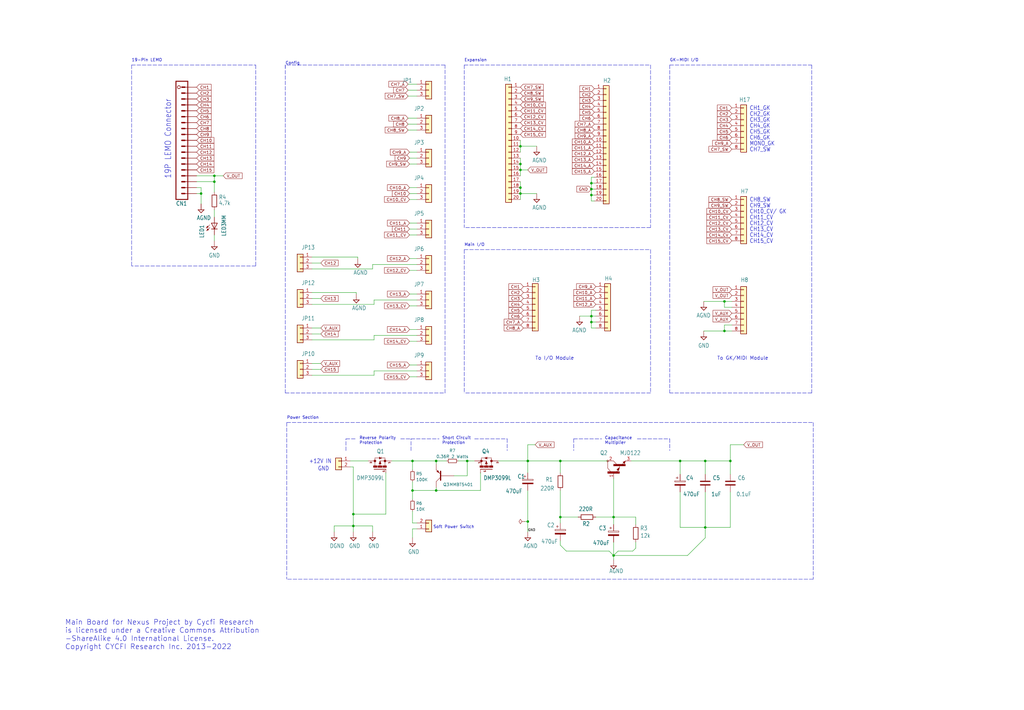
<source format=kicad_sch>
(kicad_sch (version 20211123) (generator eeschema)
  (paper "User" 439.826 305.206)
  (title_block (title "Nexus Main Board") (date "2023-03-05") (rev "2.6") (company "Document Number: 2022011"))
  (lib_symbols
    (symbol "Connector_Generic:Conn_01x02" (pin_names (offset 1.016) hide)
      (property "Reference" "J" (at 0 2.54 0))
      (property "Value" "Conn_01x02" (at 0 -5.08 0))
      (symbol "Conn_01x02_1_1"
        (pin passive line (at -5.08 0 0) (length 3.81) (name "Pin_1") (number "1"))
        (pin passive line (at -5.08 -2.54 0) (length 3.81) (name "Pin_2") (number "2"))
      )
    )
    (symbol "Connector_Generic:Conn_01x03" (pin_names (offset 1.016) hide)
      (property "Reference" "J" (at 0 5.08 0))
      (property "Value" "Conn_01x03" (at 0 -5.08 0))
      (symbol "Conn_01x03_1_1"
        (pin passive line (at -5.08 2.54 0) (length 3.81) (name "Pin_1") (number "1"))
        (pin passive line (at -5.08 0 0) (length 3.81) (name "Pin_2") (number "2"))
        (pin passive line (at -5.08 -2.54 0) (length 3.81) (name "Pin_3") (number "3"))
      )
    )
    (symbol "Connector_Generic:Conn_01x08" (pin_names (offset 1.016) hide)
      (property "Reference" "J" (at 0 10.16 0))
      (property "Value" "Conn_01x08" (at 0 -12.7 0))
      (symbol "Conn_01x08_1_1"
        (pin passive line (at -5.08 7.62 0) (length 3.81) (name "Pin_1") (number "1"))
        (pin passive line (at -5.08 5.08 0) (length 3.81) (name "Pin_2") (number "2"))
        (pin passive line (at -5.08 2.54 0) (length 3.81) (name "Pin_3") (number "3"))
        (pin passive line (at -5.08 0 0) (length 3.81) (name "Pin_4") (number "4"))
        (pin passive line (at -5.08 -2.54 0) (length 3.81) (name "Pin_5") (number "5"))
        (pin passive line (at -5.08 -5.08 0) (length 3.81) (name "Pin_6") (number "6"))
        (pin passive line (at -5.08 -7.62 0) (length 3.81) (name "Pin_7") (number "7"))
        (pin passive line (at -5.08 -10.16 0) (length 3.81) (name "Pin_8") (number "8"))
      )
    )
    (symbol "Connector_Generic:Conn_01x20" (pin_names (offset 1.016) hide)
      (property "Reference" "J" (at 0 25.4 0))
      (property "Value" "Conn_01x20" (at 0 -27.94 0))
      (symbol "Conn_01x20_1_1"
        (pin passive line (at -5.08 22.86 0) (length 3.81) (name "Pin_1") (number "1"))
        (pin passive line (at -5.08 0 0) (length 3.81) (name "Pin_10") (number "10"))
        (pin passive line (at -5.08 -2.54 0) (length 3.81) (name "Pin_11") (number "11"))
        (pin passive line (at -5.08 -5.08 0) (length 3.81) (name "Pin_12") (number "12"))
        (pin passive line (at -5.08 -7.62 0) (length 3.81) (name "Pin_13") (number "13"))
        (pin passive line (at -5.08 -10.16 0) (length 3.81) (name "Pin_14") (number "14"))
        (pin passive line (at -5.08 -12.7 0) (length 3.81) (name "Pin_15") (number "15"))
        (pin passive line (at -5.08 -15.24 0) (length 3.81) (name "Pin_16") (number "16"))
        (pin passive line (at -5.08 -17.78 0) (length 3.81) (name "Pin_17") (number "17"))
        (pin passive line (at -5.08 -20.32 0) (length 3.81) (name "Pin_18") (number "18"))
        (pin passive line (at -5.08 -22.86 0) (length 3.81) (name "Pin_19") (number "19"))
        (pin passive line (at -5.08 20.32 0) (length 3.81) (name "Pin_2") (number "2"))
        (pin passive line (at -5.08 -25.4 0) (length 3.81) (name "Pin_20") (number "20"))
        (pin passive line (at -5.08 17.78 0) (length 3.81) (name "Pin_3") (number "3"))
        (pin passive line (at -5.08 15.24 0) (length 3.81) (name "Pin_4") (number "4"))
        (pin passive line (at -5.08 12.7 0) (length 3.81) (name "Pin_5") (number "5"))
        (pin passive line (at -5.08 10.16 0) (length 3.81) (name "Pin_6") (number "6"))
        (pin passive line (at -5.08 7.62 0) (length 3.81) (name "Pin_7") (number "7"))
        (pin passive line (at -5.08 5.08 0) (length 3.81) (name "Pin_8") (number "8"))
        (pin passive line (at -5.08 2.54 0) (length 3.81) (name "Pin_9") (number "9"))
      )
    )
    (symbol "Device:C" (pin_numbers hide) (pin_names (offset 0.254))
      (property "Reference" "C" (at 0.635 2.54 0))
      (property "Value" "C" (at 0.635 -2.54 0))
      (symbol "C_1_1"
        (pin passive line (at 0 3.81 270) (length 2.794) (name "~") (number "1"))
        (pin passive line (at 0 -3.81 90) (length 2.794) (name "~") (number "2"))
      )
    )
    (symbol "Device:C_Polarized" (pin_numbers hide) (pin_names (offset 0.254))
      (property "Reference" "C" (at 0.635 2.54 0))
      (property "Value" "C_Polarized" (at 0.635 -2.54 0))
      (symbol "C_Polarized_1_1"
        (pin passive line (at 0 3.81 270) (length 2.794) (name "~") (number "1"))
        (pin passive line (at 0 -3.81 90) (length 2.794) (name "~") (number "2"))
      )
    )
    (symbol "Device:Q_PNP_BEC" (pin_names (offset 0) hide)
      (property "Reference" "Q2" (at -3.175 3.81 0))
      (property "Value" "MMBT5401" (at -13.335 3.81 0))
      (symbol "Q_PNP_BEC_1_1"
        (pin input line (at -5.08 0 0) (length 5.715) (name "B") (number "1"))
        (pin passive line (at 2.54 -5.08 90) (length 2.54) (name "E") (number "2"))
        (pin passive line (at 2.54 5.08 270) (length 2.54) (name "C") (number "3"))
      )
    )
    (symbol "Device:R" (pin_numbers hide) (pin_names (offset 0))
      (property "Reference" "R" (at 2.032 0 90))
      (property "Value" "R" (at 0 0 90))
      (symbol "R_1_1"
        (pin passive line (at 0 3.81 270) (length 1.27) (name "~") (number "1"))
        (pin passive line (at 0 -3.81 90) (length 1.27) (name "~") (number "2"))
      )
    )
    (symbol "Device:R_Small" (pin_numbers hide) (pin_names (offset 0.254) hide)
      (property "Reference" "R" (at 0.762 0.508 0))
      (property "Value" "R_Small" (at 0.762 -1.016 0))
      (symbol "R_Small_1_1"
        (pin passive line (at 0 2.54 270) (length 0.762) (name "~") (number "1"))
        (pin passive line (at 0 -2.54 90) (length 0.762) (name "~") (number "2"))
      )
    )
    (symbol "main_board-eagle-import:19PIN_LEMO"
      (property "Value" "19PIN_LEMO" (at -1.27 -29.21 0))
      (symbol "19PIN_LEMO_1_0"
        (pin passive line (at 7.62 -24.13 180) (length 5.08) (name "1") (number "P$1"))
        (pin passive line (at 7.62 -1.27 180) (length 5.08) (name "10") (number "P$10"))
        (pin passive line (at 7.62 1.27 180) (length 5.08) (name "11") (number "P$11"))
        (pin passive line (at 7.62 3.81 180) (length 5.08) (name "12") (number "P$12"))
        (pin passive line (at 7.62 6.35 180) (length 5.08) (name "13") (number "P$13"))
        (pin passive line (at 7.62 8.89 180) (length 5.08) (name "14") (number "P$14"))
        (pin passive line (at 7.62 11.43 180) (length 5.08) (name "15") (number "P$15"))
        (pin passive line (at 7.62 13.97 180) (length 5.08) (name "16") (number "P$16"))
        (pin passive line (at 7.62 16.51 180) (length 5.08) (name "17") (number "P$17"))
        (pin passive line (at 7.62 19.05 180) (length 5.08) (name "18") (number "P$18"))
        (pin passive line (at 7.62 21.59 180) (length 5.08) (name "19") (number "P$19"))
        (pin passive line (at 7.62 -21.59 180) (length 5.08) (name "2") (number "P$2"))
        (pin passive line (at 7.62 -19.05 180) (length 5.08) (name "3") (number "P$3"))
        (pin passive line (at 7.62 -16.51 180) (length 5.08) (name "4") (number "P$4"))
        (pin passive line (at 7.62 -13.97 180) (length 5.08) (name "5") (number "P$5"))
        (pin passive line (at 7.62 -11.43 180) (length 5.08) (name "6") (number "P$6"))
        (pin passive line (at 7.62 -8.89 180) (length 5.08) (name "7") (number "P$7"))
        (pin passive line (at 7.62 -6.35 180) (length 5.08) (name "8") (number "P$8"))
        (pin passive line (at 7.62 -3.81 180) (length 5.08) (name "9") (number "P$9"))
      )
    )
    (symbol "main_board-eagle-import:GND" (power)
      (property "Value" "GND" (at -1.905 -3.175 0))
      (symbol "GND_1_0"
        (pin power_in line (at 0 2.54 270) (length 2.54) (name "GND") (number "1"))
      )
    )
    (symbol "main_board-eagle-import:LED3MM"
      (property "Reference" "LED" (at 3.556 -4.572 90))
      (property "Value" "LED3MM" (at 5.715 -4.572 90))
      (symbol "LED3MM_1_0"
        (pin passive line (at 0 2.54 270) (length 2.54) (name "A") (number "A"))
        (pin passive line (at 0 -5.08 90) (length 2.54) (name "C") (number "K"))
      )
    )
    (symbol "main_board-eagle-import:P_MOSFET"
      (property "Value" "P_MOSFET" (at 3.81 0 0))
      (symbol "P_MOSFET_1_0"
        (text "D" (at -1.143 4.318 0) (effects (font (size 0.8128 0.6908)) (justify left top)))
        (text "G" (at -4.826 -1.143 0) (effects (font (size 0.8128 0.6908)) (justify left top)))
        (text "S" (at -1.143 -3.556 0) (effects (font (size 0.8128 0.6908)) (justify left top)))
        (pin passive line (at -5.08 -2.54 0) (length 0) (name "G") (number "1"))
        (pin passive line (at 0 -5.08 90) (length 2.54) (name "S") (number "2"))
        (pin passive line (at 0 5.08 270) (length 2.54) (name "D") (number "3"))
      )
    )
    (symbol "main_board-eagle-import:TIP122"
      (property "Value" "TIP122" (at -6.604 5.08 0))
      (symbol "TIP122_1_0"
        (pin passive line (at -5.08 0 0) (length 2.54) (name "B") (number "1"))
        (pin passive line (at 2.54 2.54 270) (length 2.54) (name "C") (number "2"))
        (pin passive line (at 2.54 -7.62 90) (length 2.54) (name "E") (number "3"))
      )
    )
    (symbol "power:PWR_FLAG" (power) (pin_numbers hide) (pin_names (offset 0) hide)
      (property "Value" "PWR_FLAG" (at 0 3.81 0))
      (symbol "PWR_FLAG_0_0"
        (pin power_out line (at 0 0 90) (length 0) (name "pwr") (number "1"))
      )
    )
  )
  (junction (at 92.075 78.105))
  (junction (at 263.525 222.25))
  (junction (at 254 83.82))
  (junction (at 311.15 142.24))
  (junction (at 151.765 220.98))
  (junction (at 226.695 224.155))
  (junction (at 254 135.89))
  (junction (at 240.665 198.12))
  (junction (at 177.165 198.12))
  (junction (at 313.69 198.12))
  (junction (at 223.52 83.185))
  (junction (at 302.895 198.12))
  (junction (at 254 78.74))
  (junction (at 200.66 198.12))
  (junction (at 254 81.28))
  (junction (at 151.765 226.06))
  (junction (at 177.165 210.82))
  (junction (at 187.325 210.82))
  (junction (at 292.1 198.12))
  (junction (at 311.15 129.54))
  (junction (at 240.665 222.25))
  (junction (at 223.52 80.645))
  (junction (at 223.52 70.485))
  (junction (at 86.36 83.185))
  (junction (at 92.075 75.565))
  (junction (at 263.525 238.76))
  (junction (at 302.895 226.695))
  (junction (at 226.695 198.12))
  (junction (at 254 138.43))
  (junction (at 223.52 62.865))
  (junction (at 223.52 73.025))
  (junction (at 187.325 198.12))
  (wire (pts (xy 223.52 83.185) (xy 230.505 83.185)))
  (wire (pts (xy 165.735 203.2) (xy 165.735 220.98)))
  (wire (pts (xy 175.895 100.965) (xy 179.07 100.965)))
  (wire (pts (xy 92.075 78.105) (xy 92.075 82.55)))
  (wire (pts (xy 311.15 139.7) (xy 311.15 142.24)))
  (wire (pts (xy 292.1 198.12) (xy 302.895 198.12)))
  (wire (pts (xy 177.165 201.93) (xy 177.165 198.12)))
  (wire (pts (xy 151.765 226.06) (xy 151.765 220.98)))
  (polyline (pts (xy 109.855 27.94) (xy 109.855 114.3)))
  (wire (pts (xy 261.62 236.855) (xy 243.205 236.855)))
  (wire (pts (xy 133.985 143.51) (xy 137.795 143.51)))
  (wire (pts (xy 254 138.43) (xy 254 140.97)))
  (wire (pts (xy 84.455 83.185) (xy 86.36 83.185)))
  (wire (pts (xy 255.27 86.36) (xy 254 86.36)))
  (polyline (pts (xy 191.135 27.94) (xy 122.555 27.94)))
  (polyline (pts (xy 176.53 193.675) (xy 176.53 188.595)))
  (wire (pts (xy 84.455 78.105) (xy 92.075 78.105)))
  (wire (pts (xy 226.695 198.12) (xy 240.665 198.12)))
  (wire (pts (xy 200.66 204.47) (xy 200.66 198.12)))
  (polyline (pts (xy 279.4 107.315) (xy 279.4 168.91)))
  (wire (pts (xy 255.905 222.25) (xy 263.525 222.25)))
  (wire (pts (xy 175.26 50.8) (xy 179.07 50.8)))
  (wire (pts (xy 302.895 226.695) (xy 302.895 231.14)))
  (wire (pts (xy 206.375 203.2) (xy 206.375 210.82)))
  (wire (pts (xy 175.895 80.645) (xy 179.07 80.645)))
  (wire (pts (xy 263.525 238.76) (xy 263.525 233.045)))
  (wire (pts (xy 175.26 55.88) (xy 179.07 55.88)))
  (wire (pts (xy 177.165 210.82) (xy 187.325 210.82)))
  (polyline (pts (xy 287.655 27.94) (xy 348.615 27.94)))
  (wire (pts (xy 165.735 220.98) (xy 151.765 220.98)))
  (wire (pts (xy 302.895 231.14) (xy 295.275 238.76)))
  (wire (pts (xy 273.05 233.045) (xy 273.05 235.585)))
  (polyline (pts (xy 109.855 114.3) (xy 56.515 114.3)))
  (wire (pts (xy 302.895 198.12) (xy 313.69 198.12)))
  (wire (pts (xy 160.655 161.29) (xy 160.655 159.385)))
  (polyline (pts (xy 191.135 168.91) (xy 191.135 27.94)))
  (wire (pts (xy 302.895 203.835) (xy 302.895 198.12)))
  (wire (pts (xy 175.26 38.735) (xy 179.07 38.735)))
  (wire (pts (xy 175.895 98.425) (xy 179.07 98.425)))
  (wire (pts (xy 175.895 111.125) (xy 179.07 111.125)))
  (polyline (pts (xy 123.19 181.61) (xy 349.25 181.61)))
  (wire (pts (xy 263.525 238.76) (xy 261.62 236.855)))
  (wire (pts (xy 273.05 222.25) (xy 263.525 222.25)))
  (wire (pts (xy 223.52 73.025) (xy 226.695 73.025)))
  (wire (pts (xy 179.07 144.145) (xy 160.655 144.145)))
  (wire (pts (xy 254 81.28) (xy 254 78.74)))
  (wire (pts (xy 225.425 224.155) (xy 226.695 224.155)))
  (polyline (pts (xy 172.085 188.595) (xy 176.53 188.595)))
  (wire (pts (xy 133.985 161.29) (xy 160.655 161.29)))
  (wire (pts (xy 223.52 80.645) (xy 223.52 83.185)))
  (polyline (pts (xy 287.655 27.94) (xy 287.655 168.91)))
  (wire (pts (xy 248.92 135.89) (xy 254 135.89)))
  (wire (pts (xy 254 135.89) (xy 254 138.43)))
  (wire (pts (xy 133.985 125.73) (xy 153.035 125.73)))
  (polyline (pts (xy 279.4 168.91) (xy 199.39 168.91)))
  (wire (pts (xy 177.165 227.33) (xy 177.165 231.14)))
  (wire (pts (xy 92.075 78.105) (xy 92.075 75.565)))
  (wire (pts (xy 223.52 73.025) (xy 223.52 75.565)))
  (wire (pts (xy 175.895 161.925) (xy 179.07 161.925)))
  (wire (pts (xy 240.665 198.12) (xy 240.665 203.2)))
  (wire (pts (xy 133.985 156.21) (xy 137.795 156.21)))
  (wire (pts (xy 213.995 198.12) (xy 226.695 198.12)))
  (wire (pts (xy 311.15 142.24) (xy 314.325 142.24)))
  (wire (pts (xy 143.51 228.6) (xy 143.51 226.06)))
  (wire (pts (xy 255.905 133.35) (xy 254 133.35)))
  (wire (pts (xy 160.655 146.05) (xy 133.985 146.05)))
  (wire (pts (xy 223.52 67.945) (xy 223.52 70.485)))
  (wire (pts (xy 86.36 80.645) (xy 84.455 80.645)))
  (wire (pts (xy 160.02 113.665) (xy 179.07 113.665)))
  (polyline (pts (xy 246.38 188.595) (xy 258.445 188.595)))
  (wire (pts (xy 194.945 204.47) (xy 200.66 204.47)))
  (wire (pts (xy 313.69 211.455) (xy 313.69 226.695)))
  (wire (pts (xy 133.985 110.49) (xy 153.67 110.49)))
  (polyline (pts (xy 56.515 27.94) (xy 109.855 27.94)))
  (polyline (pts (xy 199.39 27.94) (xy 279.4 27.94)))
  (wire (pts (xy 226.695 191.135) (xy 226.695 198.12)))
  (polyline (pts (xy 199.39 27.94) (xy 199.39 97.79)))
  (wire (pts (xy 92.075 75.565) (xy 84.455 75.565)))
  (wire (pts (xy 179.07 128.905) (xy 160.655 128.905)))
  (wire (pts (xy 271.78 236.855) (xy 273.05 235.585)))
  (wire (pts (xy 177.165 198.12) (xy 187.325 198.12)))
  (wire (pts (xy 263.525 240.665) (xy 263.525 238.76)))
  (wire (pts (xy 153.035 126.365) (xy 153.035 125.73)))
  (wire (pts (xy 92.075 90.17) (xy 92.075 93.345)))
  (wire (pts (xy 200.66 198.12) (xy 203.835 198.12)))
  (wire (pts (xy 243.205 236.855) (xy 240.665 234.315)))
  (polyline (pts (xy 349.25 248.92) (xy 123.19 248.92)))
  (wire (pts (xy 175.895 156.845) (xy 179.07 156.845)))
  (wire (pts (xy 263.525 238.76) (xy 265.43 236.855)))
  (wire (pts (xy 271.145 198.12) (xy 292.1 198.12)))
  (wire (pts (xy 177.165 227.33) (xy 179.07 227.33)))
  (wire (pts (xy 223.52 78.105) (xy 223.52 80.645)))
  (wire (pts (xy 263.525 205.74) (xy 263.525 222.25)))
  (wire (pts (xy 177.165 210.82) (xy 177.165 214.63)))
  (wire (pts (xy 240.665 198.12) (xy 260.985 198.12)))
  (wire (pts (xy 175.895 70.485) (xy 179.07 70.485)))
  (polyline (pts (xy 203.835 188.595) (xy 217.805 188.595)))
  (wire (pts (xy 311.15 132.08) (xy 311.15 129.54)))
  (wire (pts (xy 150.495 198.12) (xy 158.115 198.12)))
  (wire (pts (xy 255.27 83.82) (xy 254 83.82)))
  (wire (pts (xy 160.02 228.6) (xy 160.02 226.06)))
  (polyline (pts (xy 122.555 27.94) (xy 122.555 29.21)))
  (wire (pts (xy 86.36 83.185) (xy 86.36 80.645)))
  (wire (pts (xy 151.765 228.6) (xy 151.765 226.06)))
  (wire (pts (xy 160.02 115.57) (xy 160.02 113.665)))
  (wire (pts (xy 133.985 113.03) (xy 137.795 113.03)))
  (polyline (pts (xy 273.685 188.595) (xy 287.655 188.595)))
  (polyline (pts (xy 287.655 188.595) (xy 287.655 193.675)))
  (wire (pts (xy 187.325 210.82) (xy 206.375 210.82)))
  (wire (pts (xy 175.26 53.34) (xy 179.07 53.34)))
  (wire (pts (xy 133.985 128.27) (xy 137.795 128.27)))
  (wire (pts (xy 240.665 210.82) (xy 240.665 222.25)))
  (polyline (pts (xy 56.515 27.94) (xy 56.515 114.3)))
  (wire (pts (xy 254 140.97) (xy 255.905 140.97)))
  (wire (pts (xy 86.36 83.185) (xy 86.36 87.63)))
  (wire (pts (xy 263.525 222.25) (xy 263.525 225.425)))
  (wire (pts (xy 226.695 224.155) (xy 226.695 210.82)))
  (wire (pts (xy 273.05 222.25) (xy 273.05 225.425)))
  (wire (pts (xy 292.1 211.455) (xy 292.1 226.695)))
  (wire (pts (xy 133.985 115.57) (xy 160.02 115.57)))
  (wire (pts (xy 143.51 226.06) (xy 151.765 226.06)))
  (wire (pts (xy 187.325 199.39) (xy 187.325 198.12)))
  (wire (pts (xy 255.27 76.2) (xy 254 76.2)))
  (polyline (pts (xy 148.59 193.675) (xy 148.59 188.595)))
  (wire (pts (xy 168.275 198.12) (xy 177.165 198.12)))
  (wire (pts (xy 302.895 211.455) (xy 302.895 226.695)))
  (wire (pts (xy 314.325 132.08) (xy 311.15 132.08)))
  (wire (pts (xy 254 78.74) (xy 255.27 78.74)))
  (wire (pts (xy 292.1 203.835) (xy 292.1 198.12)))
  (wire (pts (xy 223.52 83.185) (xy 223.52 85.725)))
  (wire (pts (xy 160.655 159.385) (xy 179.07 159.385)))
  (wire (pts (xy 151.765 220.98) (xy 151.765 200.66)))
  (wire (pts (xy 175.895 95.885) (xy 179.07 95.885)))
  (wire (pts (xy 175.26 36.195) (xy 179.07 36.195)))
  (wire (pts (xy 226.695 228.6) (xy 226.695 224.155)))
  (polyline (pts (xy 348.615 27.94) (xy 348.615 168.91)))
  (wire (pts (xy 187.325 198.12) (xy 191.77 198.12)))
  (wire (pts (xy 133.985 140.97) (xy 137.795 140.97)))
  (wire (pts (xy 223.52 62.865) (xy 230.505 62.865)))
  (wire (pts (xy 240.665 224.79) (xy 240.665 222.25)))
  (wire (pts (xy 133.985 158.75) (xy 137.795 158.75)))
  (polyline (pts (xy 199.39 107.315) (xy 279.4 107.315)))
  (wire (pts (xy 177.165 224.79) (xy 179.07 224.79)))
  (wire (pts (xy 254 135.89) (xy 255.905 135.89)))
  (wire (pts (xy 175.895 67.945) (xy 179.07 67.945)))
  (wire (pts (xy 240.665 234.315) (xy 240.665 232.41)))
  (wire (pts (xy 313.69 191.135) (xy 313.69 198.12)))
  (wire (pts (xy 175.895 146.685) (xy 179.07 146.685)))
  (wire (pts (xy 313.69 226.695) (xy 302.895 226.695)))
  (wire (pts (xy 187.325 209.55) (xy 187.325 210.82)))
  (wire (pts (xy 175.895 126.365) (xy 179.07 126.365)))
  (polyline (pts (xy 279.4 27.94) (xy 279.4 97.79)))
  (wire (pts (xy 223.52 60.325) (xy 223.52 62.865)))
  (polyline (pts (xy 122.555 27.94) (xy 122.555 168.91)))
  (wire (pts (xy 226.695 203.2) (xy 226.695 198.12)))
  (wire (pts (xy 229.87 191.135) (xy 226.695 191.135)))
  (wire (pts (xy 175.895 83.185) (xy 179.07 83.185)))
  (wire (pts (xy 319.405 191.135) (xy 313.69 191.135)))
  (wire (pts (xy 265.43 236.855) (xy 271.78 236.855)))
  (polyline (pts (xy 279.4 97.79) (xy 199.39 97.79)))
  (wire (pts (xy 175.895 131.445) (xy 179.07 131.445)))
  (wire (pts (xy 302.26 129.54) (xy 311.15 129.54)))
  (wire (pts (xy 263.525 238.76) (xy 295.275 238.76)))
  (polyline (pts (xy 123.19 181.61) (xy 123.19 248.92)))
  (wire (pts (xy 177.165 219.71) (xy 177.165 224.79)))
  (wire (pts (xy 175.895 141.605) (xy 179.07 141.605)))
  (polyline (pts (xy 199.39 107.315) (xy 199.39 168.91)))
  (wire (pts (xy 255.27 81.28) (xy 254 81.28)))
  (polyline (pts (xy 348.615 168.91) (xy 287.655 168.91)))
  (wire (pts (xy 175.26 41.275) (xy 179.07 41.275)))
  (polyline (pts (xy 176.53 188.595) (xy 188.595 188.595)))
  (wire (pts (xy 175.895 116.205) (xy 179.07 116.205)))
  (wire (pts (xy 175.895 65.405) (xy 179.07 65.405)))
  (wire (pts (xy 254 83.82) (xy 254 81.28)))
  (wire (pts (xy 196.85 198.12) (xy 200.66 198.12)))
  (wire (pts (xy 302.26 142.24) (xy 311.15 142.24)))
  (wire (pts (xy 150.495 200.66) (xy 151.765 200.66)))
  (wire (pts (xy 254 76.2) (xy 254 78.74)))
  (wire (pts (xy 175.895 85.725) (xy 179.07 85.725)))
  (wire (pts (xy 160.655 130.81) (xy 133.985 130.81)))
  (wire (pts (xy 223.52 62.865) (xy 223.52 65.405)))
  (wire (pts (xy 92.075 100.965) (xy 92.075 103.505)))
  (wire (pts (xy 223.52 70.485) (xy 223.52 73.025)))
  (wire (pts (xy 254 133.35) (xy 254 135.89)))
  (wire (pts (xy 240.665 222.25) (xy 248.285 222.25)))
  (wire (pts (xy 153.67 110.49) (xy 153.67 111.125)))
  (wire (pts (xy 95.885 75.565) (xy 92.075 75.565)))
  (wire (pts (xy 254 86.36) (xy 254 83.82)))
  (wire (pts (xy 314.325 139.7) (xy 311.15 139.7)))
  (polyline (pts (xy 349.25 181.61) (xy 349.25 248.92)))
  (polyline (pts (xy 148.59 188.595) (xy 153.035 188.595)))
  (wire (pts (xy 302.895 226.695) (xy 292.1 226.695)))
  (wire (pts (xy 254 138.43) (xy 255.905 138.43)))
  (polyline (pts (xy 246.38 188.595) (xy 246.38 193.675)))
  (polyline (pts (xy 217.805 188.595) (xy 217.805 193.675)))
  (wire (pts (xy 160.655 144.145) (xy 160.655 146.05)))
  (wire (pts (xy 311.15 129.54) (xy 314.325 129.54)))
  (wire (pts (xy 160.02 226.06) (xy 151.765 226.06)))
  (wire (pts (xy 160.655 128.905) (xy 160.655 130.81)))
  (wire (pts (xy 313.69 203.835) (xy 313.69 198.12)))
  (wire (pts (xy 177.165 207.01) (xy 177.165 210.82)))
  (polyline (pts (xy 122.555 168.91) (xy 191.135 168.91)))
  (text "CH10_CV/ GK" (at 321.945 92.075 180) (effects (font (size 1.778 1.5113)) (justify left bottom)))
  (text "CH3_GK" (at 321.945 52.705 180) (effects (font (size 1.778 1.5113)) (justify left bottom)))
  (text "Main I/O" (at 199.39 106.045 0) (effects (font (size 1.27 1.27)) (justify left bottom)))
  (text "CH15_CV" (at 321.945 104.775 180) (effects (font (size 1.778 1.5113)) (justify left bottom)))
  (text "To I/O Module" (at 229.87 154.94 0) (effects (font (size 1.5 1.5)) (justify left bottom)))
  (text "GK-MIDI I/0" (at 287.655 26.67 0) (effects (font (size 1.27 1.27)) (justify left bottom)))
  (text "Short Circuit\nProtection" (at 189.865 191.135 0) (effects (font (size 1.27 1.27)) (justify left bottom)))
  (text "CH12_CV" (at 321.945 97.155 180) (effects (font (size 1.778 1.5113)) (justify left bottom)))
  (text "CH8_SW" (at 321.945 86.995 180) (effects (font (size 1.778 1.5113)) (justify left bottom)))
  (text "Expansion" (at 199.39 26.67 0) (effects (font (size 1.27 1.27)) (justify left bottom)))
  (text "CH4_GK" (at 321.945 55.245 180) (effects (font (size 1.778 1.5113)) (justify left bottom)))
  (text "CH7_SW" (at 321.945 65.405 180) (effects (font (size 1.778 1.5113)) (justify left bottom)))
  (text "19-Pin LEMO" (at 56.515 26.67 0) (effects (font (size 1.27 1.27)) (justify left bottom)))
  (text "CH13_CV" (at 321.945 99.695 180) (effects (font (size 1.778 1.5113)) (justify left bottom)))
  (text "Capacitance \nMultiplier" (at 259.715 191.135 0) (effects (font (size 1.27 1.27)) (justify left bottom)))
  (text "CH14_CV" (at 321.945 102.235 180) (effects (font (size 1.778 1.5113)) (justify left bottom)))
  (text "CH1_GK" (at 321.945 47.625 180) (effects (font (size 1.778 1.5113)) (justify left bottom)))
  (text "CH5_GK" (at 321.945 57.785 180) (effects (font (size 1.778 1.5113)) (justify left bottom)))
  (text "19P LEMO Connector" (at 73.66 42.545 270) (effects (font (size 2.54 2.159)) (justify right bottom)))
  (text "GND" (at 136.525 202.565 180) (effects (font (size 1.778 1.5113)) (justify left bottom)))
  (text "CH6_GK" (at 321.945 60.325 180) (effects (font (size 1.778 1.5113)) (justify left bottom)))
  (text "MONO_GK" (at 321.945 62.865 180) (effects (font (size 1.778 1.5113)) (justify left bottom)))
  (text "CH11_CV" (at 321.945 94.615 180) (effects (font (size 1.778 1.5113)) (justify left bottom)))
  (text "CH2_GK" (at 321.945 50.165 180) (effects (font (size 1.778 1.5113)) (justify left bottom)))
  (text "Reverse Polarity \nProtection" (at 154.305 191.135 0) (effects (font (size 1.27 1.27)) (justify left bottom)))
  (text "Main Board for Nexus Project by Cycfi Research\nis licensed under a Creative Commons Attribution\n-ShareAlike 4.0 International License.\nCopyright CYCFI Research Inc. 2013-2022" (at 27.94 279.4 0) (effects (font (size 2.1844 2.1844)) (justify left bottom)))
  (text "To GK/MIDI Module" (at 307.975 154.94 0) (effects (font (size 1.5 1.5)) (justify left bottom)))
  (text "CH9_SW" (at 321.945 89.535 180) (effects (font (size 1.778 1.5113)) (justify left bottom)))
  (text "Soft Power Switch" (at 186.055 227.33 0) (effects (font (size 1.27 1.27)) (justify left bottom)))
  (text "+12V IN" (at 132.715 199.39 180) (effects (font (size 1.778 1.5113)) (justify left bottom)))
  (text "Power Section" (at 123.19 180.34 0) (effects (font (size 1.27 1.27)) (justify left bottom)))
  (text "Config" (at 122.555 27.94 0) (effects (font (size 1.27 1.27)) (justify left bottom)))
  (label "GND" (at 226.695 228.6 0) (effects (font (size 1.016 1.016))))
  (global_label "CH2" (shape input) (at 255.27 40.64 180) (property "Intersheet References" "${INTERSHEET_REFS}" (effects hide)))
  (global_label "CH12_CV" (shape input) (at 314.325 95.885 180) (property "Intersheet References" "${INTERSHEET_REFS}" (effects hide)))
  (global_label "CH13" (shape input) (at 84.455 67.945 0) (property "Intersheet References" "${INTERSHEET_REFS}" (effects hide)))
  (global_label "CH6" (shape input) (at 84.455 50.165 0) (property "Intersheet References" "${INTERSHEET_REFS}" (effects hide)))
  (global_label "CH15_A" (shape input) (at 175.895 156.845 180) (property "Intersheet References" "${INTERSHEET_REFS}" (effects hide)))
  (global_label "V_AUX" (shape input) (at 229.87 191.135 0) (property "Intersheet References" "${INTERSHEET_REFS}" (effects hide)))
  (global_label "CH7_A" (shape input) (at 255.27 53.34 180) (property "Intersheet References" "${INTERSHEET_REFS}" (effects hide)))
  (global_label "CH13" (shape input) (at 137.795 128.27 0) (property "Intersheet References" "${INTERSHEET_REFS}" (effects hide)))
  (global_label "CH2" (shape input) (at 84.455 40.005 0) (property "Intersheet References" "${INTERSHEET_REFS}" (effects hide)))
  (global_label "CH15" (shape input) (at 137.795 158.75 0) (property "Intersheet References" "${INTERSHEET_REFS}" (effects hide)))
  (global_label "CH9_A" (shape input) (at 255.27 58.42 180) (property "Intersheet References" "${INTERSHEET_REFS}" (effects hide)))
  (global_label "CH4" (shape input) (at 84.455 45.085 0) (property "Intersheet References" "${INTERSHEET_REFS}" (effects hide)))
  (global_label "CH12_CV" (shape input) (at 175.895 116.205 180) (property "Intersheet References" "${INTERSHEET_REFS}" (effects hide)))
  (global_label "CH15_CV" (shape input) (at 314.325 103.505 180) (property "Intersheet References" "${INTERSHEET_REFS}" (effects hide)))
  (global_label "CH5" (shape input) (at 255.27 48.26 180) (property "Intersheet References" "${INTERSHEET_REFS}" (effects hide)))
  (global_label "GND" (shape input) (at 254 81.28 180) (property "Intersheet References" "${INTERSHEET_REFS}" (effects hide)))
  (global_label "CH5" (shape input) (at 314.325 56.515 180) (property "Intersheet References" "${INTERSHEET_REFS}" (effects hide)))
  (global_label "CH13_A" (shape input) (at 175.895 126.365 180) (property "Intersheet References" "${INTERSHEET_REFS}" (effects hide)))
  (global_label "CH10_A" (shape input) (at 255.905 125.73 180) (property "Intersheet References" "${INTERSHEET_REFS}" (effects hide)))
  (global_label "CH10" (shape input) (at 84.455 60.325 0) (property "Intersheet References" "${INTERSHEET_REFS}" (effects hide)))
  (global_label "CH8_A" (shape input) (at 175.26 50.8 180) (property "Intersheet References" "${INTERSHEET_REFS}" (effects hide)))
  (global_label "CH10_CV" (shape input) (at 314.325 90.805 180) (property "Intersheet References" "${INTERSHEET_REFS}" (effects hide)))
  (global_label "CH3" (shape input) (at 314.325 51.435 180) (property "Intersheet References" "${INTERSHEET_REFS}" (effects hide)))
  (global_label "CH3" (shape input) (at 84.455 42.545 0) (property "Intersheet References" "${INTERSHEET_REFS}" (effects hide)))
  (global_label "CH6" (shape input) (at 224.79 135.89 180) (property "Intersheet References" "${INTERSHEET_REFS}" (effects hide)))
  (global_label "CH10_CV" (shape input) (at 175.895 85.725 180) (property "Intersheet References" "${INTERSHEET_REFS}" (effects hide)))
  (global_label "CH11_A" (shape input) (at 255.27 63.5 180) (property "Intersheet References" "${INTERSHEET_REFS}" (effects hide)))
  (global_label "CH8_SW" (shape input) (at 223.52 40.005 0) (property "Intersheet References" "${INTERSHEET_REFS}" (effects hide)))
  (global_label "CH4" (shape input) (at 224.79 130.81 180) (property "Intersheet References" "${INTERSHEET_REFS}" (effects hide)))
  (global_label "V_OUT" (shape input) (at 314.325 127 180) (property "Intersheet References" "${INTERSHEET_REFS}" (effects hide)))
  (global_label "CH8" (shape input) (at 84.455 55.245 0) (property "Intersheet References" "${INTERSHEET_REFS}" (effects hide)))
  (global_label "V_OUT" (shape input) (at 319.405 191.135 0) (property "Intersheet References" "${INTERSHEET_REFS}" (effects hide)))
  (global_label "CH14_A" (shape input) (at 255.27 71.12 180) (property "Intersheet References" "${INTERSHEET_REFS}" (effects hide)))
  (global_label "CH11_A" (shape input) (at 175.895 95.885 180) (property "Intersheet References" "${INTERSHEET_REFS}" (effects hide)))
  (global_label "CH15_CV" (shape input) (at 223.52 57.785 0) (property "Intersheet References" "${INTERSHEET_REFS}" (effects hide)))
  (global_label "CH15_A" (shape input) (at 255.27 73.66 180) (property "Intersheet References" "${INTERSHEET_REFS}" (effects hide)))
  (global_label "CH9_A" (shape input) (at 255.905 123.19 180) (property "Intersheet References" "${INTERSHEET_REFS}" (effects hide)))
  (global_label "CH12_A" (shape input) (at 255.905 130.81 180) (property "Intersheet References" "${INTERSHEET_REFS}" (effects hide)))
  (global_label "CH7_A" (shape input) (at 175.26 36.195 180) (property "Intersheet References" "${INTERSHEET_REFS}" (effects hide)))
  (global_label "CH7_SW" (shape input) (at 175.26 41.275 180) (property "Intersheet References" "${INTERSHEET_REFS}" (effects hide)))
  (global_label "CH12_CV" (shape input) (at 223.52 50.165 0) (property "Intersheet References" "${INTERSHEET_REFS}" (effects hide)))
  (global_label "CH7" (shape input) (at 175.26 38.735 180) (property "Intersheet References" "${INTERSHEET_REFS}" (effects hide)))
  (global_label "CH13_CV" (shape input) (at 223.52 52.705 0) (property "Intersheet References" "${INTERSHEET_REFS}" (effects hide)))
  (global_label "CH13_CV" (shape input) (at 175.895 131.445 180) (property "Intersheet References" "${INTERSHEET_REFS}" (effects hide)))
  (global_label "CH9_SW" (shape input) (at 175.895 70.485 180) (property "Intersheet References" "${INTERSHEET_REFS}" (effects hide)))
  (global_label "CH3" (shape input) (at 255.27 43.18 180) (property "Intersheet References" "${INTERSHEET_REFS}" (effects hide)))
  (global_label "CH8_A" (shape input) (at 224.79 140.97 180) (property "Intersheet References" "${INTERSHEET_REFS}" (effects hide)))
  (global_label "CH8" (shape input) (at 175.26 53.34 180) (property "Intersheet References" "${INTERSHEET_REFS}" (effects hide)))
  (global_label "V_OUT" (shape input) (at 314.325 124.46 180) (property "Intersheet References" "${INTERSHEET_REFS}" (effects hide)))
  (global_label "CH11_CV" (shape input) (at 175.895 100.965 180) (property "Intersheet References" "${INTERSHEET_REFS}" (effects hide)))
  (global_label "CH9_SW" (shape input) (at 223.52 42.545 0) (property "Intersheet References" "${INTERSHEET_REFS}" (effects hide)))
  (global_label "CH14" (shape input) (at 84.455 70.485 0) (property "Intersheet References" "${INTERSHEET_REFS}" (effects hide)))
  (global_label "CH7_A" (shape input) (at 224.79 138.43 180) (property "Intersheet References" "${INTERSHEET_REFS}" (effects hide)))
  (global_label "CH4" (shape input) (at 255.27 45.72 180) (property "Intersheet References" "${INTERSHEET_REFS}" (effects hide)))
  (global_label "CH7_SW" (shape input) (at 223.52 37.465 0) (property "Intersheet References" "${INTERSHEET_REFS}" (effects hide)))
  (global_label "CH11_A" (shape input) (at 255.905 128.27 180) (property "Intersheet References" "${INTERSHEET_REFS}" (effects hide)))
  (global_label "CH2" (shape input) (at 314.325 48.895 180) (property "Intersheet References" "${INTERSHEET_REFS}" (effects hide)))
  (global_label "V_AUX" (shape input) (at 137.795 140.97 0) (property "Intersheet References" "${INTERSHEET_REFS}" (effects hide)))
  (global_label "CH3" (shape input) (at 224.79 128.27 180) (property "Intersheet References" "${INTERSHEET_REFS}" (effects hide)))
  (global_label "CH12_A" (shape input) (at 175.895 111.125 180) (property "Intersheet References" "${INTERSHEET_REFS}" (effects hide)))
  (global_label "CH9_A" (shape input) (at 175.895 65.405 180) (property "Intersheet References" "${INTERSHEET_REFS}" (effects hide)))
  (global_label "CH9" (shape input) (at 175.895 67.945 180) (property "Intersheet References" "${INTERSHEET_REFS}" (effects hide)))
  (global_label "CH9" (shape input) (at 84.455 57.785 0) (property "Intersheet References" "${INTERSHEET_REFS}" (effects hide)))
  (global_label "CH7" (shape input) (at 84.455 52.705 0) (property "Intersheet References" "${INTERSHEET_REFS}" (effects hide)))
  (global_label "CH5" (shape input) (at 84.455 47.625 0) (property "Intersheet References" "${INTERSHEET_REFS}" (effects hide)))
  (global_label "V_OUT" (shape input) (at 95.885 75.565 0) (property "Intersheet References" "${INTERSHEET_REFS}" (effects hide)))
  (global_label "CH1" (shape input) (at 314.325 46.355 180) (property "Intersheet References" "${INTERSHEET_REFS}" (effects hide)))
  (global_label "CH8_SW" (shape input) (at 175.26 55.88 180) (property "Intersheet References" "${INTERSHEET_REFS}" (effects hide)))
  (global_label "CH8_A" (shape input) (at 255.27 55.88 180) (property "Intersheet References" "${INTERSHEET_REFS}" (effects hide)))
  (global_label "CH1" (shape input) (at 255.27 38.1 180) (property "Intersheet References" "${INTERSHEET_REFS}" (effects hide)))
  (global_label "CH14_A" (shape input) (at 175.895 141.605 180) (property "Intersheet References" "${INTERSHEET_REFS}" (effects hide)))
  (global_label "CH13_A" (shape input) (at 255.27 68.58 180) (property "Intersheet References" "${INTERSHEET_REFS}" (effects hide)))
  (global_label "CH11" (shape input) (at 175.895 98.425 180) (property "Intersheet References" "${INTERSHEET_REFS}" (effects hide)))
  (global_label "CH10_A" (shape input) (at 175.895 80.645 180) (property "Intersheet References" "${INTERSHEET_REFS}" (effects hide)))
  (global_label "CH5" (shape input) (at 224.79 133.35 180) (property "Intersheet References" "${INTERSHEET_REFS}" (effects hide)))
  (global_label "CH11" (shape input) (at 84.455 62.865 0) (property "Intersheet References" "${INTERSHEET_REFS}" (effects hide)))
  (global_label "CH4" (shape input) (at 314.325 53.975 180) (property "Intersheet References" "${INTERSHEET_REFS}" (effects hide)))
  (global_label "CH6" (shape input) (at 255.27 50.8 180) (property "Intersheet References" "${INTERSHEET_REFS}" (effects hide)))
  (global_label "CH9_A" (shape input) (at 314.325 61.595 180) (property "Intersheet References" "${INTERSHEET_REFS}" (effects hide)))
  (global_label "V_OUT" (shape input) (at 226.695 73.025 0) (property "Intersheet References" "${INTERSHEET_REFS}" (effects hide)))
  (global_label "CH12" (shape input) (at 137.795 113.03 0) (property "Intersheet References" "${INTERSHEET_REFS}" (effects hide)))
  (global_label "V_AUX" (shape input) (at 314.325 137.16 180) (property "Intersheet References" "${INTERSHEET_REFS}" (effects hide)))
  (global_label "CH15" (shape input) (at 84.455 73.025 0) (property "Intersheet References" "${INTERSHEET_REFS}" (effects hide)))
  (global_label "CH11_CV" (shape input) (at 223.52 47.625 0) (property "Intersheet References" "${INTERSHEET_REFS}" (effects hide)))
  (global_label "CH10_A" (shape input) (at 255.27 60.96 180) (property "Intersheet References" "${INTERSHEET_REFS}" (effects hide)))
  (global_label "V_AUX" (shape input) (at 137.795 156.21 0) (property "Intersheet References" "${INTERSHEET_REFS}" (effects hide)))
  (global_label "CH8_SW" (shape input) (at 314.325 85.725 180) (property "Intersheet References" "${INTERSHEET_REFS}" (effects hide)))
  (global_label "CH2" (shape input) (at 224.79 125.73 180) (property "Intersheet References" "${INTERSHEET_REFS}" (effects hide)))
  (global_label "CH11_CV" (shape input) (at 314.325 93.345 180) (property "Intersheet References" "${INTERSHEET_REFS}" (effects hide)))
  (global_label "CH9_SW" (shape input) (at 314.325 88.265 180) (property "Intersheet References" "${INTERSHEET_REFS}" (effects hide)))
  (global_label "CH15_CV" (shape input) (at 175.895 161.925 180) (property "Intersheet References" "${INTERSHEET_REFS}" (effects hide)))
  (global_label "CH14_CV" (shape input) (at 223.52 55.245 0) (property "Intersheet References" "${INTERSHEET_REFS}" (effects hide)))
  (global_label "CH14" (shape input) (at 137.795 143.51 0) (property "Intersheet References" "${INTERSHEET_REFS}" (effects hide)))
  (global_label "CH14_CV" (shape input) (at 175.895 146.685 180) (property "Intersheet References" "${INTERSHEET_REFS}" (effects hide)))
  (global_label "CH10_CV" (shape input) (at 223.52 45.085 0) (property "Intersheet References" "${INTERSHEET_REFS}" (effects hide)))
  (global_label "CH1" (shape input) (at 84.455 37.465 0) (property "Intersheet References" "${INTERSHEET_REFS}" (effects hide)))
  (global_label "CH6" (shape input) (at 314.325 59.055 180) (property "Intersheet References" "${INTERSHEET_REFS}" (effects hide)))
  (global_label "CH1" (shape input) (at 224.79 123.19 180) (property "Intersheet References" "${INTERSHEET_REFS}" (effects hide)))
  (global_label "CH13_CV" (shape input) (at 314.325 98.425 180) (property "Intersheet References" "${INTERSHEET_REFS}" (effects hide)))
  (global_label "CH12" (shape input) (at 84.455 65.405 0) (property "Intersheet References" "${INTERSHEET_REFS}" (effects hide)))
  (global_label "CH14_CV" (shape input) (at 314.325 100.965 180) (property "Intersheet References" "${INTERSHEET_REFS}" (effects hide)))
  (global_label "V_AUX" (shape input) (at 314.325 134.62 180) (property "Intersheet References" "${INTERSHEET_REFS}" (effects hide)))
  (global_label "CH12_A" (shape input) (at 255.27 66.04 180) (property "Intersheet References" "${INTERSHEET_REFS}" (effects hide)))
  (global_label "CH7_SW" (shape input) (at 314.325 64.135 180) (property "Intersheet References" "${INTERSHEET_REFS}" (effects hide)))
  (global_label "CH10" (shape input) (at 175.895 83.185 180) (property "Intersheet References" "${INTERSHEET_REFS}" (effects hide)))
  (symbol (lib_id "Connector_Generic:Conn_01x08") (at 229.87 130.81 0) (unit 1)
    (property "Reference" "H3" (at 228.6 121.285 0) (effects (font (size 1.778 1.5113)) (justify left bottom)))
    (property "Value" "MA08-1" (effects hide))
    (property "Footprint" "Connector_PinHeader_2.54mm:PinHeader_1x08_P2.54mm_Vertical" (effects hide))
  )
  (symbol (lib_id "main_board-eagle-import:GND") (at 226.695 231.14 0) (unit 1)
    (property "Reference" "#AGND05" (effects hide))
    (property "Value" "AGND" (at 224.79 235.585 0) (effects (font (size 1.778 1.5113)) (justify left bottom)))
    (property "Footprint" "main_board:" (effects hide))
  )
  (symbol (lib_id "Connector_Generic:Conn_01x20") (at 218.44 60.325 0) (mirror y) (unit 1)
    (property "Reference" "H1" (at 219.71 34.925 0) (effects (font (size 1.778 1.5113)) (justify left bottom)))
    (property "Value" "DNP" (effects hide))
    (property "Footprint" "main_board:MA20-1" (effects hide))
  )
  (symbol (lib_id "main_board-eagle-import:GND") (at 153.035 128.905 0) (unit 1)
    (property "Reference" "#AGND02" (effects hide))
    (property "Value" "AGND" (at 151.13 133.35 0) (effects (font (size 1.778 1.5113)) (justify left bottom)))
    (property "Footprint" "main_board:" (effects hide))
  )
  (symbol (lib_id "Device:Q_PNP_BEC") (at 189.865 204.47 180) (unit 1)
    (property "Reference" "Q3" (at 193.04 208.28 0) (effects (justify left)))
    (property "Value" "MMBT5401" (at 203.2 208.28 0) (effects (justify left)))
    (property "Footprint" "Package_TO_SOT_SMD:SOT-23" (effects hide))
    (property "LCSC" "C8326" (effects hide))
  )
  (symbol (lib_id "main_board-eagle-import:19PIN_LEMO") (at 76.835 61.595 0) (mirror x) (unit 1)
    (property "Reference" "CN1" (at 75.565 86.487 0) (effects (font (size 1.778 1.5113)) (justify left bottom)))
    (property "Value" "19PIN_LEMO" (effects hide))
    (property "Footprint" "main_board:19PIN_LEMO" (effects hide))
  )
  (symbol (lib_id "main_board-eagle-import:GND") (at 153.67 113.665 0) (unit 1)
    (property "Reference" "#AGND06" (effects hide))
    (property "Value" "AGND" (at 151.765 118.11 0) (effects (font (size 1.778 1.5113)) (justify left bottom)))
    (property "Footprint" "main_board:" (effects hide))
  )
  (symbol (lib_id "main_board-eagle-import:GND") (at 86.36 90.17 0) (unit 1)
    (property "Reference" "#AGND01" (effects hide))
    (property "Value" "AGND" (at 84.455 94.615 0) (effects (font (size 1.778 1.5113)) (justify left bottom)))
    (property "Footprint" "main_board:" (effects hide))
  )
  (symbol (lib_id "Connector_Generic:Conn_01x03") (at 184.15 98.425 0) (unit 1)
    (property "Reference" "JP5" (at 177.8 92.71 0) (effects (font (size 1.778 1.5113)) (justify left bottom)))
    (property "Value" "PINHD-1X03_2.00" (effects hide))
    (property "Footprint" "main_board:1X03M" (effects hide))
  )
  (symbol (lib_id "main_board-eagle-import:GND") (at 92.075 106.045 0) (unit 1)
    (property "Reference" "#SUPPLY0101" (effects hide))
    (property "Value" "GND" (at 92.075 109.777 0) (effects (font (size 1.778 1.5113))))
    (property "Footprint" "main_board:" (effects hide))
  )
  (symbol (lib_id "Device:R_Small") (at 177.165 217.17 0) (unit 1)
    (property "Reference" "R6" (at 178.6636 216.3353 0) (effects (justify left)))
    (property "Value" "10K" (at 178.6636 218.8722 0) (effects (justify left)))
    (property "Footprint" "Resistor_SMD:R_0402_1005Metric" (effects hide))
    (property "LCSC" "C25744" (effects hide))
  )
  (symbol (lib_id "main_board-eagle-import:GND") (at 248.92 138.43 0) (unit 1)
    (property "Reference" "#AGND0101" (effects hide))
    (property "Value" "AGND" (at 245.745 142.875 0) (effects (font (size 1.778 1.5113)) (justify left bottom)))
    (property "Footprint" "main_board:" (effects hide))
  )
  (symbol (lib_id "Connector_Generic:Conn_01x03") (at 184.15 83.185 0) (unit 1)
    (property "Reference" "JP4" (at 177.8 77.47 0) (effects (font (size 1.778 1.5113)) (justify left bottom)))
    (property "Value" "PINHD-1X03_2.00" (effects hide))
    (property "Footprint" "main_board:1X03M" (effects hide))
  )
  (symbol (lib_id "Connector_Generic:Conn_01x03") (at 184.15 159.385 0) (unit 1)
    (property "Reference" "JP9" (at 177.8 153.67 0) (effects (font (size 1.778 1.5113)) (justify left bottom)))
    (property "Value" "PINHD-1X03_2.00" (effects hide))
    (property "Footprint" "main_board:1X03M" (effects hide))
  )
  (symbol (lib_id "main_board-eagle-import:GND") (at 230.505 65.405 0) (unit 1)
    (property "Reference" "#AGND07" (effects hide))
    (property "Value" "AGND" (at 228.6 69.85 0) (effects (font (size 1.778 1.5113)) (justify left bottom)))
    (property "Footprint" "main_board:" (effects hide))
  )
  (symbol (lib_id "Connector_Generic:Conn_01x03") (at 184.15 67.945 0) (unit 1)
    (property "Reference" "JP3" (at 177.8 62.23 0) (effects (font (size 1.778 1.5113)) (justify left bottom)))
    (property "Value" "PINHD-1X03_2.00" (effects hide))
    (property "Footprint" "main_board:1X03M" (effects hide))
  )
  (symbol (lib_id "Connector_Generic:Conn_01x03") (at 184.15 128.905 0) (unit 1)
    (property "Reference" "JP7" (at 177.8 123.19 0) (effects (font (size 1.778 1.5113)) (justify left bottom)))
    (property "Value" "PINHD-1X03_2.00" (effects hide))
    (property "Footprint" "main_board:1X03M" (effects hide))
  )
  (symbol (lib_id "main_board-eagle-import:GND") (at 302.26 144.78 0) (unit 1)
    (property "Reference" "#SUPPLY0106" (effects hide))
    (property "Value" "GND" (at 302.26 148.512 0) (effects (font (size 1.778 1.5113))))
    (property "Footprint" "main_board:" (effects hide))
  )
  (symbol (lib_id "Connector_Generic:Conn_01x03") (at 128.905 158.75 0) (mirror y) (unit 1)
    (property "Reference" "JP10" (at 135.255 153.035 0) (effects (font (size 1.778 1.5113)) (justify left bottom)))
    (property "Value" "PINHD-1X03_2.00" (effects hide))
    (property "Footprint" "main_board:1X03M" (effects hide))
  )
  (symbol (lib_id "Device:R") (at 252.095 222.25 270) (unit 1)
    (property "Reference" "R2" (at 253.365 224.155 90) (effects (font (size 1.778 1.5113)) (justify right top)))
    (property "Value" "220R" (at 254.635 217.805 90) (effects (font (size 1.778 1.5113)) (justify right top)))
    (property "Footprint" "Resistor_SMD:R_0603_1608Metric" (effects hide))
    (property "LCSC" "C22962" (effects hide))
  )
  (symbol (lib_id "main_board-eagle-import:P_MOSFET") (at 208.915 198.12 270) (mirror x) (unit 1)
    (property "Reference" "Q4" (at 207.01 194.945 90) (effects (font (size 1.778 1.5113)) (justify left top)))
    (property "Value" "DMP3099L" (at 207.645 206.375 90) (effects (font (size 1.778 1.5113)) (justify left top)))
    (property "Footprint" "Package_TO_SOT_SMD:SOT-23" (effects hide))
    (property "LCSC" "C2940610" (effects hide))
  )
  (symbol (lib_id "Connector_Generic:Conn_01x02") (at 184.15 227.33 0) (mirror x) (unit 1)
    (property "Reference" "H5" (effects hide))
    (property "Value" "MA02-1" (effects hide))
    (property "Footprint" "Connector_PinHeader_2.54mm:PinHeader_1x02_P2.54mm_Vertical" (effects hide))
  )
  (symbol (lib_id "main_board-eagle-import:GND") (at 263.525 243.205 0) (unit 1)
    (property "Reference" "#AGND04" (effects hide))
    (property "Value" "AGND" (at 261.62 246.38 0) (effects (font (size 1.778 1.5113)) (justify left bottom)))
    (property "Footprint" "main_board:" (effects hide))
  )
  (symbol (lib_id "Device:R") (at 92.075 86.36 0) (unit 1)
    (property "Reference" "R4" (at 93.98 85.725 0) (effects (font (size 1.778 1.5113)) (justify left bottom)))
    (property "Value" "4.7k" (at 93.98 88.265 0) (effects (font (size 1.778 1.5113)) (justify left bottom)))
    (property "Footprint" "Resistor_SMD:R_0805_2012Metric" (effects hide))
    (property "LCSC" "C17673" (effects hide))
  )
  (symbol (lib_id "main_board-eagle-import:GND") (at 160.02 231.14 0) (unit 1)
    (property "Reference" "#AGND03" (effects hide))
    (property "Value" "GND" (at 158.115 235.585 0) (effects (font (size 1.778 1.5113)) (justify left bottom)))
    (property "Footprint" "main_board:" (effects hide))
  )
  (symbol (lib_id "Connector_Generic:Conn_01x03") (at 184.15 144.145 0) (unit 1)
    (property "Reference" "JP8" (at 177.8 138.43 0) (effects (font (size 1.778 1.5113)) (justify left bottom)))
    (property "Value" "PINHD-1X03_2.00" (effects hide))
    (property "Footprint" "main_board:1X03M" (effects hide))
  )
  (symbol (lib_id "main_board-eagle-import:GND") (at 177.165 233.68 0) (unit 1)
    (property "Reference" "#AGND010" (effects hide))
    (property "Value" "GND" (at 175.26 238.125 0) (effects (font (size 1.778 1.5113)) (justify left bottom)))
    (property "Footprint" "main_board:" (effects hide))
  )
  (symbol (lib_id "Connector_Generic:Conn_01x03") (at 184.15 53.34 0) (unit 1)
    (property "Reference" "JP2" (at 177.8 47.625 0) (effects (font (size 1.778 1.5113)) (justify left bottom)))
    (property "Value" "PINHD-1X03_2.00" (effects hide))
    (property "Footprint" "main_board:1X03M" (effects hide))
  )
  (symbol (lib_id "main_board-eagle-import:GND") (at 230.505 85.725 0) (unit 1)
    (property "Reference" "#AGND08" (effects hide))
    (property "Value" "AGND" (at 228.6 90.17 0) (effects (font (size 1.778 1.5113)) (justify left bottom)))
    (property "Footprint" "main_board:" (effects hide))
  )
  (symbol (lib_id "Connector_Generic:Conn_01x08") (at 260.985 130.81 0) (unit 1)
    (property "Reference" "H4" (at 259.715 120.65 0) (effects (font (size 1.778 1.5113)) (justify left bottom)))
    (property "Value" "MA08-1" (effects hide))
    (property "Footprint" "Connector_PinHeader_2.54mm:PinHeader_1x08_P2.54mm_Vertical" (effects hide))
  )
  (symbol (lib_id "Device:C") (at 313.69 207.645 0) (unit 1)
    (property "Reference" "C6" (at 316.865 206.375 0) (effects (font (size 1.778 1.5113)) (justify left bottom)))
    (property "Value" "0.1uF" (at 316.23 213.36 0) (effects (font (size 1.778 1.5113)) (justify left bottom)))
    (property "Footprint" "Capacitor_SMD:C_0603_1608Metric" (effects hide))
    (property "LCSC" "C14663" (effects hide))
  )
  (symbol (lib_id "Device:C_Polarized") (at 292.1 207.645 0) (unit 1)
    (property "Reference" "C4" (at 294.64 206.375 0) (effects (font (size 1.778 1.5113)) (justify left bottom)))
    (property "Value" "470uF" (at 293.37 213.36 0) (effects (font (size 1.778 1.5113)) (justify left bottom)))
    (property "Footprint" "Capacitor_SMD:CP_Elec_10x10" (effects hide))
    (property "LCSC" "C249933" (effects hide))
  )
  (symbol (lib_id "Device:R_Small") (at 194.31 198.12 270) (unit 1)
    (property "Reference" "R7" (at 194.31 193.6836 90))
    (property "Value" "0.36R 2 Watts" (at 194.31 196.2205 90))
    (property "Footprint" "Resistor_SMD:R_2512_6332Metric" (effects hide))
    (property "LCSC" "C1712932" (effects hide))
  )
  (symbol (lib_id "Connector_Generic:Conn_01x02") (at 145.415 198.12 0) (mirror y) (unit 1)
    (property "Reference" "H6" (effects hide))
    (property "Value" "MA02-1" (effects hide))
    (property "Footprint" "Connector_PinHeader_2.54mm:PinHeader_1x02_P2.54mm_Horizontal" (effects hide))
  )
  (symbol (lib_id "Connector_Generic:Conn_01x08") (at 319.405 132.08 0) (unit 1)
    (property "Reference" "H8" (at 318.135 121.285 0) (effects (font (size 1.778 1.5113)) (justify left bottom)))
    (property "Value" "MA08-1" (effects hide))
    (property "Footprint" "Connector_PinHeader_2.54mm:PinHeader_1x08_P2.54mm_Vertical" (effects hide))
  )
  (symbol (lib_id "Connector_Generic:Conn_01x08") (at 319.405 53.975 0) (unit 1)
    (property "Reference" "H17" (at 317.5 43.815 0) (effects (font (size 1.778 1.5113)) (justify left bottom)))
    (property "Value" "MA08-1" (effects hide))
    (property "Footprint" "Connector_PinHeader_2.54mm:PinHeader_1x08_P2.54mm_Vertical" (effects hide))
  )
  (symbol (lib_id "Device:R_Small") (at 177.165 204.47 0) (unit 1)
    (property "Reference" "R5" (at 178.6636 203.6353 0) (effects (justify left)))
    (property "Value" "100K" (at 178.6636 206.1722 0) (effects (justify left)))
    (property "Footprint" "Resistor_SMD:R_0402_1005Metric" (effects hide))
    (property "LCSC" "C25741" (effects hide))
  )
  (symbol (lib_id "Device:C_Polarized") (at 263.525 229.235 0) (unit 1)
    (property "Reference" "C3" (at 257.175 227.965 0) (effects (font (size 1.778 1.5113)) (justify left bottom)))
    (property "Value" "470uF" (at 254.635 234.315 0) (effects (font (size 1.778 1.5113)) (justify left bottom)))
    (property "Footprint" "Capacitor_SMD:CP_Elec_10x10" (effects hide))
    (property "LCSC" "C249933" (effects hide))
  )
  (symbol (lib_id "Device:R") (at 240.665 207.01 180) (unit 1)
    (property "Reference" "R1" (at 237.49 205.105 0) (effects (font (size 1.778 1.5113)) (justify left bottom)))
    (property "Value" "220R" (at 238.125 208.915 0) (effects (font (size 1.778 1.5113)) (justify left bottom)))
    (property "Footprint" "Resistor_SMD:R_0603_1608Metric" (effects hide))
    (property "LCSC" "C22962" (effects hide))
  )
  (symbol (lib_id "Device:C") (at 302.895 207.645 0) (unit 1)
    (property "Reference" "C5" (at 306.07 206.375 0) (effects (font (size 1.778 1.5113)) (justify left bottom)))
    (property "Value" "1uF" (at 305.435 213.36 0) (effects (font (size 1.778 1.5113)) (justify left bottom)))
    (property "Footprint" "Capacitor_SMD:C_0603_1608Metric" (effects hide))
    (property "LCSC" "C15849" (effects hide))
  )
  (symbol (lib_id "Device:C_Polarized") (at 226.695 207.01 0) (unit 1)
    (property "Reference" "C1" (at 222.25 205.74 0) (effects (font (size 1.778 1.5113)) (justify left bottom)))
    (property "Value" "470uF" (at 217.17 212.09 0) (effects (font (size 1.778 1.5113)) (justify left bottom)))
    (property "Footprint" "Capacitor_SMD:CP_Elec_10x10" (effects hide))
    (property "LCSC" "C249933" (effects hide))
  )
  (symbol (lib_id "main_board-eagle-import:GND") (at 143.51 231.14 0) (unit 1)
    (property "Reference" "#SUPPLY05" (effects hide))
    (property "Value" "DGND" (at 141.605 235.585 0) (effects (font (size 1.778 1.5113)) (justify left bottom)))
    (property "Footprint" "main_board:" (effects hide))
  )
  (symbol (lib_id "Connector_Generic:Conn_01x03") (at 128.905 113.03 0) (mirror y) (unit 1)
    (property "Reference" "JP13" (at 135.255 107.315 0) (effects (font (size 1.778 1.5113)) (justify left bottom)))
    (property "Value" "PINHD-1X03_2.00" (effects hide))
    (property "Footprint" "main_board:1X03M" (effects hide))
  )
  (symbol (lib_id "power:PWR_FLAG") (at 225.425 224.155 90) (unit 1)
    (property "Reference" "#FLG0101" (effects hide))
    (property "Value" "PWR_FLAG" (effects hide))
  )
  (symbol (lib_id "Connector_Generic:Conn_01x03") (at 128.905 143.51 0) (mirror y) (unit 1)
    (property "Reference" "JP11" (at 135.255 137.795 0) (effects (font (size 1.778 1.5113)) (justify left bottom)))
    (property "Value" "PINHD-1X03_2.00" (effects hide))
    (property "Footprint" "main_board:1X03M" (effects hide))
  )
  (symbol (lib_id "Connector_Generic:Conn_01x03") (at 184.15 38.735 0) (unit 1)
    (property "Reference" "JP1" (at 172.72 35.56 0) (effects (font (size 1.778 1.5113)) (justify left bottom)))
    (property "Value" "PINHD-1X03_2.00" (effects hide))
    (property "Footprint" "main_board:1X03M" (effects hide))
  )
  (symbol (lib_id "Connector_Generic:Conn_01x03") (at 128.905 128.27 0) (mirror y) (unit 1)
    (property "Reference" "JP12" (at 135.255 122.555 0) (effects (font (size 1.778 1.5113)) (justify left bottom)))
    (property "Value" "PINHD-1X03_2.00" (effects hide))
    (property "Footprint" "main_board:1X03M" (effects hide))
  )
  (symbol (lib_id "main_board-eagle-import:LED3MM") (at 92.075 95.885 0) (unit 1)
    (property "Reference" "LED1" (at 85.725 96.52 90) (effects (font (size 1.778 1.5113)) (justify right top)))
    (property "Value" "LED3MM" (at 97.155 101.6 90) (effects (font (size 1.778 1.5113)) (justify left bottom)))
    (property "Footprint" "main_board:LED3MM" (effects hide))
  )
  (symbol (lib_id "Connector_Generic:Conn_01x08") (at 319.405 93.345 0) (unit 1)
    (property "Reference" "H7" (at 318.135 83.185 0) (effects (font (size 1.778 1.5113)) (justify left bottom)))
    (property "Value" "MA08-1" (effects hide))
    (property "Footprint" "Connector_PinHeader_2.54mm:PinHeader_1x08_P2.54mm_Vertical" (effects hide))
  )
  (symbol (lib_id "Connector_Generic:Conn_01x03") (at 184.15 113.665 0) (unit 1)
    (property "Reference" "JP6" (at 177.8 107.95 0) (effects (font (size 1.778 1.5113)) (justify left bottom)))
    (property "Value" "PINHD-1X03_2.00" (effects hide))
    (property "Footprint" "main_board:1X03M" (effects hide))
  )
  (symbol (lib_id "Device:C_Polarized") (at 240.665 228.6 0) (unit 1)
    (property "Reference" "C2" (at 234.95 226.695 0) (effects (font (size 1.778 1.5113)) (justify left bottom)))
    (property "Value" "470uF" (at 232.41 233.68 0) (effects (font (size 1.778 1.5113)) (justify left bottom)))
    (property "Footprint" "Capacitor_SMD:CP_Elec_10x10" (effects hide))
    (property "LCSC" "C249933" (effects hide))
  )
  (symbol (lib_id "main_board-eagle-import:P_MOSFET") (at 163.195 198.12 90) (unit 1)
    (property "Reference" "Q1" (at 165.1 194.945 90) (effects (font (size 1.778 1.5113)) (justify left top)))
    (property "Value" "DMP3099L" (at 165.1 206.375 90) (effects (font (size 1.778 1.5113)) (justify left top)))
    (property "Footprint" "Package_TO_SOT_SMD:SOT-23" (effects hide))
    (property "LCSC" "C2940610" (effects hide))
  )
  (symbol (lib_id "Device:R") (at 273.05 229.235 180) (unit 1)
    (property "Reference" "R3" (at 278.13 226.06 0) (effects (font (size 1.778 1.5113)) (justify left bottom)))
    (property "Value" "12k" (at 279.4 229.235 0) (effects (font (size 1.778 1.5113)) (justify left bottom)))
    (property "Footprint" "Resistor_SMD:R_0603_1608Metric" (effects hide))
    (property "LCSC" "C22790" (effects hide))
  )
  (symbol (lib_id "Connector_Generic:Conn_01x20") (at 260.35 60.96 0) (unit 1)
    (property "Reference" "H2" (at 259.08 35.56 0) (effects (font (size 1.778 1.5113)) (justify left bottom)))
    (property "Value" "DNP" (effects hide))
    (property "Footprint" "main_board:MA20-1" (effects hide))
  )
  (symbol (lib_id "main_board-eagle-import:TIP122") (at 263.525 200.66 90) (unit 1)
    (property "Reference" "Q2" (at 260.985 193.675 90) (effects (font (size 1.778 1.5113)) (justify left bottom)))
    (property "Value" "MJD122" (at 275.209 193.675 90) (effects (font (size 1.778 1.5113)) (justify left bottom)))
    (property "Footprint" "Package_TO_SOT_SMD:TO-252-2" (effects hide))
    (property "LCSC" "C59488" (effects hide))
  )
  (symbol (lib_id "main_board-eagle-import:GND") (at 151.765 231.14 0) (unit 1)
    (property "Reference" "#SUPPLY02" (effects hide))
    (property "Value" "GND" (at 149.86 235.585 0) (effects (font (size 1.778 1.5113)) (justify left bottom)))
    (property "Footprint" "main_board:" (effects hide))
  )
  (symbol (lib_id "main_board-eagle-import:GND") (at 302.26 132.08 0) (unit 1)
    (property "Reference" "#AGND09" (effects hide))
    (property "Value" "AGND" (at 299.085 136.525 0) (effects (font (size 1.778 1.5113)) (justify left bottom)))
    (property "Footprint" "main_board:" (effects hide))
  )
)
</source>
